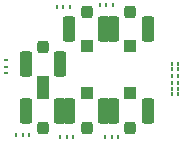
<source format=gbp>
G04*
G04 #@! TF.GenerationSoftware,Altium Limited,Altium Designer,25.0.2 (28)*
G04*
G04 Layer_Color=128*
%FSLAX44Y44*%
%MOMM*%
G71*
G04*
G04 #@! TF.SameCoordinates,86524C76-892E-4E36-895C-82D9F112F233*
G04*
G04*
G04 #@! TF.FilePolarity,Positive*
G04*
G01*
G75*
%ADD13R,0.3500X0.2500*%
%ADD16R,0.2500X0.3500*%
G04:AMPARAMS|DCode=78|XSize=1.05mm|YSize=2.2mm|CornerRadius=0.2625mm|HoleSize=0mm|Usage=FLASHONLY|Rotation=180.000|XOffset=0mm|YOffset=0mm|HoleType=Round|Shape=RoundedRectangle|*
%AMROUNDEDRECTD78*
21,1,1.0500,1.6750,0,0,180.0*
21,1,0.5250,2.2000,0,0,180.0*
1,1,0.5250,-0.2625,0.8375*
1,1,0.5250,0.2625,0.8375*
1,1,0.5250,0.2625,-0.8375*
1,1,0.5250,-0.2625,-0.8375*
%
%ADD78ROUNDEDRECTD78*%
%ADD79R,1.0000X1.0500*%
G04:AMPARAMS|DCode=80|XSize=1.05mm|YSize=1mm|CornerRadius=0.25mm|HoleSize=0mm|Usage=FLASHONLY|Rotation=90.000|XOffset=0mm|YOffset=0mm|HoleType=Round|Shape=RoundedRectangle|*
%AMROUNDEDRECTD80*
21,1,1.0500,0.5000,0,0,90.0*
21,1,0.5500,1.0000,0,0,90.0*
1,1,0.5000,0.2500,0.2750*
1,1,0.5000,0.2500,-0.2750*
1,1,0.5000,-0.2500,-0.2750*
1,1,0.5000,-0.2500,0.2750*
%
%ADD80ROUNDEDRECTD80*%
D13*
X12000Y76500D02*
D03*
Y82000D02*
D03*
Y87500D02*
D03*
D16*
X31500Y24000D02*
D03*
X26000D02*
D03*
X20500D02*
D03*
X54500Y133000D02*
D03*
X60000D02*
D03*
X65500D02*
D03*
X91000Y134000D02*
D03*
X96500D02*
D03*
X102000D02*
D03*
X68500Y23000D02*
D03*
X63000D02*
D03*
X57500D02*
D03*
X106500D02*
D03*
X101000D02*
D03*
X95500D02*
D03*
X157250Y68500D02*
D03*
X151750D02*
D03*
X157250Y74250D02*
D03*
X151750D02*
D03*
Y80000D02*
D03*
X157250D02*
D03*
X151750Y84750D02*
D03*
X157250D02*
D03*
X151750Y63500D02*
D03*
X157250D02*
D03*
X151750Y58696D02*
D03*
X157250D02*
D03*
D78*
X57750Y84000D02*
D03*
X28250D02*
D03*
X28250Y45000D02*
D03*
X57750D02*
D03*
X94750Y114000D02*
D03*
X65250D02*
D03*
X131750D02*
D03*
X102250D02*
D03*
X65250Y45000D02*
D03*
X94750D02*
D03*
X102250D02*
D03*
X131750D02*
D03*
D79*
X43000Y69250D02*
D03*
X43000Y59750D02*
D03*
X80000Y99250D02*
D03*
X117000D02*
D03*
X80000Y59750D02*
D03*
X117000D02*
D03*
D80*
X43000Y98750D02*
D03*
X43000Y30250D02*
D03*
X80000Y128750D02*
D03*
X117000D02*
D03*
X80000Y30250D02*
D03*
X117000D02*
D03*
M02*

</source>
